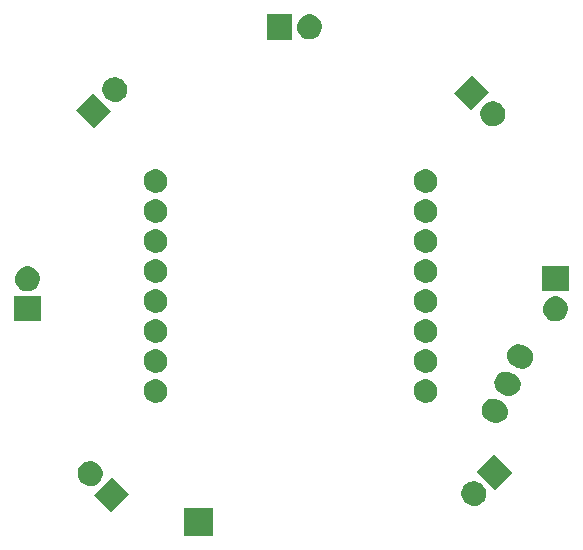
<source format=gbs>
G04 #@! TF.FileFunction,Soldermask,Bot*
%FSLAX46Y46*%
G04 Gerber Fmt 4.6, Leading zero omitted, Abs format (unit mm)*
G04 Created by KiCad (PCBNEW 4.0.4-stable) date Sunday 07 May 2017 'à' 19:16:10*
%MOMM*%
%LPD*%
G01*
G04 APERTURE LIST*
%ADD10C,0.100000*%
G04 APERTURE END LIST*
D10*
G36*
X138119200Y-111219200D02*
X135680800Y-111219200D01*
X135680800Y-108780800D01*
X138119200Y-108780800D01*
X138119200Y-111219200D01*
X138119200Y-111219200D01*
G37*
G36*
X131062542Y-107660645D02*
X129504645Y-109218542D01*
X128017458Y-107731355D01*
X129575355Y-106173458D01*
X131062542Y-107660645D01*
X131062542Y-107660645D01*
G37*
G36*
X160314407Y-106545149D02*
X160516417Y-106586617D01*
X160706539Y-106666536D01*
X160877510Y-106781858D01*
X161022826Y-106928192D01*
X161136950Y-107099963D01*
X161215538Y-107290632D01*
X161255526Y-107492587D01*
X161255526Y-107492592D01*
X161255594Y-107492936D01*
X161252305Y-107728489D01*
X161252228Y-107728827D01*
X161252228Y-107728836D01*
X161206616Y-107929597D01*
X161122737Y-108117993D01*
X161003858Y-108286513D01*
X160854512Y-108428734D01*
X160680387Y-108539238D01*
X160488112Y-108613816D01*
X160285019Y-108649627D01*
X160078833Y-108645308D01*
X159877412Y-108601023D01*
X159688430Y-108518458D01*
X159519089Y-108400763D01*
X159375829Y-108252414D01*
X159264112Y-108079063D01*
X159188192Y-107887310D01*
X159150964Y-107684475D01*
X159153843Y-107478264D01*
X159196722Y-107276539D01*
X159277963Y-107086987D01*
X159394478Y-106916823D01*
X159541822Y-106772533D01*
X159714389Y-106659608D01*
X159905603Y-106582352D01*
X160108176Y-106543710D01*
X160314407Y-106545149D01*
X160314407Y-106545149D01*
G37*
G36*
X163522542Y-105835355D02*
X162035355Y-107322542D01*
X160477458Y-105764645D01*
X161964645Y-104277458D01*
X163522542Y-105835355D01*
X163522542Y-105835355D01*
G37*
G36*
X127854407Y-104849047D02*
X128056417Y-104890515D01*
X128246539Y-104970434D01*
X128417510Y-105085756D01*
X128562826Y-105232090D01*
X128676950Y-105403861D01*
X128755538Y-105594530D01*
X128795526Y-105796485D01*
X128795526Y-105796490D01*
X128795594Y-105796834D01*
X128792305Y-106032387D01*
X128792228Y-106032725D01*
X128792228Y-106032734D01*
X128746616Y-106233495D01*
X128662737Y-106421891D01*
X128543858Y-106590411D01*
X128394512Y-106732632D01*
X128220387Y-106843136D01*
X128028112Y-106917714D01*
X127825019Y-106953525D01*
X127618833Y-106949206D01*
X127417412Y-106904921D01*
X127228430Y-106822356D01*
X127059089Y-106704661D01*
X126915829Y-106556312D01*
X126804112Y-106382961D01*
X126728192Y-106191208D01*
X126690964Y-105988373D01*
X126693843Y-105782162D01*
X126736722Y-105580437D01*
X126817963Y-105390885D01*
X126934478Y-105220721D01*
X127081822Y-105076431D01*
X127254389Y-104963506D01*
X127445603Y-104886250D01*
X127648176Y-104847608D01*
X127854407Y-104849047D01*
X127854407Y-104849047D01*
G37*
G36*
X162087211Y-99595968D02*
X162264890Y-99658539D01*
X162366601Y-99705968D01*
X162550988Y-99791949D01*
X162561245Y-99796820D01*
X162561251Y-99796824D01*
X162563109Y-99797706D01*
X162723896Y-99895851D01*
X162862557Y-100023357D01*
X162973812Y-100175367D01*
X163053422Y-100346093D01*
X163098355Y-100529029D01*
X163106900Y-100717209D01*
X163078731Y-100903466D01*
X163078719Y-100903499D01*
X163078718Y-100903506D01*
X163014924Y-101080700D01*
X162917929Y-101242126D01*
X162917927Y-101242128D01*
X162917902Y-101242170D01*
X162791366Y-101381718D01*
X162640136Y-101494032D01*
X162469971Y-101574832D01*
X162287353Y-101621041D01*
X162099237Y-101630899D01*
X161912789Y-101604031D01*
X161735110Y-101541461D01*
X161505818Y-101434540D01*
X161449012Y-101408051D01*
X161438755Y-101403180D01*
X161438749Y-101403176D01*
X161436891Y-101402294D01*
X161276104Y-101304149D01*
X161137442Y-101176642D01*
X161026188Y-101024633D01*
X160946578Y-100853907D01*
X160901645Y-100670971D01*
X160893100Y-100482790D01*
X160921269Y-100296534D01*
X160921281Y-100296500D01*
X160921282Y-100296495D01*
X160985076Y-100119300D01*
X161082071Y-99957874D01*
X161082073Y-99957872D01*
X161082098Y-99957830D01*
X161208634Y-99818282D01*
X161359864Y-99705968D01*
X161530029Y-99625168D01*
X161712647Y-99578959D01*
X161900763Y-99569101D01*
X162087211Y-99595968D01*
X162087211Y-99595968D01*
G37*
G36*
X133375206Y-97919065D02*
X133567611Y-97958561D01*
X133748694Y-98034681D01*
X133911536Y-98144519D01*
X134049943Y-98283895D01*
X134158640Y-98447500D01*
X134233492Y-98629102D01*
X134271575Y-98821439D01*
X134271575Y-98821444D01*
X134271643Y-98821788D01*
X134268510Y-99046141D01*
X134268433Y-99046479D01*
X134268433Y-99046488D01*
X134224994Y-99237687D01*
X134145103Y-99417126D01*
X134031876Y-99577633D01*
X133889631Y-99713092D01*
X133723785Y-99818341D01*
X133540652Y-99889374D01*
X133347216Y-99923482D01*
X133150832Y-99919368D01*
X132958990Y-99877190D01*
X132778992Y-99798550D01*
X132617702Y-99686451D01*
X132481254Y-99545155D01*
X132374849Y-99380046D01*
X132302538Y-99197410D01*
X132267081Y-99004220D01*
X132269823Y-98807813D01*
X132310663Y-98615679D01*
X132388042Y-98435140D01*
X132499016Y-98273067D01*
X132639354Y-98135637D01*
X132803717Y-98028082D01*
X132985839Y-97954499D01*
X133178781Y-97917694D01*
X133375206Y-97919065D01*
X133375206Y-97919065D01*
G37*
G36*
X156235206Y-97919065D02*
X156427611Y-97958561D01*
X156608694Y-98034681D01*
X156771536Y-98144519D01*
X156909943Y-98283895D01*
X157018640Y-98447500D01*
X157093492Y-98629102D01*
X157131575Y-98821439D01*
X157131575Y-98821444D01*
X157131643Y-98821788D01*
X157128510Y-99046141D01*
X157128433Y-99046479D01*
X157128433Y-99046488D01*
X157084994Y-99237687D01*
X157005103Y-99417126D01*
X156891876Y-99577633D01*
X156749631Y-99713092D01*
X156583785Y-99818341D01*
X156400652Y-99889374D01*
X156207216Y-99923482D01*
X156010832Y-99919368D01*
X155818990Y-99877190D01*
X155638992Y-99798550D01*
X155477702Y-99686451D01*
X155341254Y-99545155D01*
X155234849Y-99380046D01*
X155162538Y-99197410D01*
X155127081Y-99004220D01*
X155129823Y-98807813D01*
X155170663Y-98615679D01*
X155248042Y-98435140D01*
X155359016Y-98273067D01*
X155499354Y-98135637D01*
X155663717Y-98028082D01*
X155845839Y-97954499D01*
X156038781Y-97917694D01*
X156235206Y-97919065D01*
X156235206Y-97919065D01*
G37*
G36*
X163160661Y-97293946D02*
X163338340Y-97356517D01*
X163396166Y-97383482D01*
X163624438Y-97489927D01*
X163634695Y-97494798D01*
X163634701Y-97494802D01*
X163636559Y-97495684D01*
X163797346Y-97593829D01*
X163936007Y-97721335D01*
X164047262Y-97873345D01*
X164126872Y-98044071D01*
X164171805Y-98227007D01*
X164180350Y-98415187D01*
X164152181Y-98601444D01*
X164152169Y-98601477D01*
X164152168Y-98601484D01*
X164088374Y-98778678D01*
X163991379Y-98940104D01*
X163991377Y-98940106D01*
X163991352Y-98940148D01*
X163864816Y-99079696D01*
X163713586Y-99192010D01*
X163543421Y-99272810D01*
X163360803Y-99319019D01*
X163172687Y-99328877D01*
X162986239Y-99302009D01*
X162808560Y-99239439D01*
X162579268Y-99132518D01*
X162522462Y-99106029D01*
X162512205Y-99101158D01*
X162512199Y-99101154D01*
X162510341Y-99100272D01*
X162349554Y-99002127D01*
X162210892Y-98874620D01*
X162099638Y-98722611D01*
X162020028Y-98551885D01*
X161975095Y-98368949D01*
X161966550Y-98180768D01*
X161994719Y-97994512D01*
X161994731Y-97994478D01*
X161994732Y-97994473D01*
X162058526Y-97817278D01*
X162155521Y-97655852D01*
X162155523Y-97655850D01*
X162155548Y-97655808D01*
X162282084Y-97516260D01*
X162433314Y-97403946D01*
X162603479Y-97323146D01*
X162786097Y-97276937D01*
X162974213Y-97267079D01*
X163160661Y-97293946D01*
X163160661Y-97293946D01*
G37*
G36*
X133375206Y-95379065D02*
X133567611Y-95418561D01*
X133748694Y-95494681D01*
X133911536Y-95604519D01*
X134049943Y-95743895D01*
X134158640Y-95907500D01*
X134233492Y-96089102D01*
X134271575Y-96281439D01*
X134271575Y-96281444D01*
X134271643Y-96281788D01*
X134268510Y-96506141D01*
X134268433Y-96506479D01*
X134268433Y-96506488D01*
X134224994Y-96697687D01*
X134145103Y-96877126D01*
X134031876Y-97037633D01*
X133889631Y-97173092D01*
X133723785Y-97278341D01*
X133540652Y-97349374D01*
X133347216Y-97383482D01*
X133150832Y-97379368D01*
X132958990Y-97337190D01*
X132778992Y-97258550D01*
X132617702Y-97146451D01*
X132481254Y-97005155D01*
X132374849Y-96840046D01*
X132302538Y-96657410D01*
X132267081Y-96464220D01*
X132269823Y-96267813D01*
X132310663Y-96075679D01*
X132388042Y-95895140D01*
X132499016Y-95733067D01*
X132639354Y-95595637D01*
X132803717Y-95488082D01*
X132985839Y-95414499D01*
X133178781Y-95377694D01*
X133375206Y-95379065D01*
X133375206Y-95379065D01*
G37*
G36*
X156235206Y-95379065D02*
X156427611Y-95418561D01*
X156608694Y-95494681D01*
X156771536Y-95604519D01*
X156909943Y-95743895D01*
X157018640Y-95907500D01*
X157093492Y-96089102D01*
X157131575Y-96281439D01*
X157131575Y-96281444D01*
X157131643Y-96281788D01*
X157128510Y-96506141D01*
X157128433Y-96506479D01*
X157128433Y-96506488D01*
X157084994Y-96697687D01*
X157005103Y-96877126D01*
X156891876Y-97037633D01*
X156749631Y-97173092D01*
X156583785Y-97278341D01*
X156400652Y-97349374D01*
X156207216Y-97383482D01*
X156010832Y-97379368D01*
X155818990Y-97337190D01*
X155638992Y-97258550D01*
X155477702Y-97146451D01*
X155341254Y-97005155D01*
X155234849Y-96840046D01*
X155162538Y-96657410D01*
X155127081Y-96464220D01*
X155129823Y-96267813D01*
X155170663Y-96075679D01*
X155248042Y-95895140D01*
X155359016Y-95733067D01*
X155499354Y-95595637D01*
X155663717Y-95488082D01*
X155845839Y-95414499D01*
X156038781Y-95377694D01*
X156235206Y-95379065D01*
X156235206Y-95379065D01*
G37*
G36*
X164234112Y-94991924D02*
X164411791Y-95054495D01*
X164513502Y-95101924D01*
X164697889Y-95187905D01*
X164708146Y-95192776D01*
X164708152Y-95192780D01*
X164710010Y-95193662D01*
X164870797Y-95291807D01*
X165009458Y-95419313D01*
X165120713Y-95571323D01*
X165200323Y-95742049D01*
X165245256Y-95924985D01*
X165253801Y-96113165D01*
X165225632Y-96299422D01*
X165225620Y-96299455D01*
X165225619Y-96299462D01*
X165161825Y-96476656D01*
X165064830Y-96638082D01*
X165064828Y-96638084D01*
X165064803Y-96638126D01*
X164938267Y-96777674D01*
X164787037Y-96889988D01*
X164616872Y-96970788D01*
X164434254Y-97016997D01*
X164246138Y-97026855D01*
X164059690Y-96999987D01*
X163882011Y-96937417D01*
X163652719Y-96830496D01*
X163595913Y-96804007D01*
X163585656Y-96799136D01*
X163585650Y-96799132D01*
X163583792Y-96798250D01*
X163423005Y-96700105D01*
X163284343Y-96572598D01*
X163173089Y-96420589D01*
X163093479Y-96249863D01*
X163048546Y-96066927D01*
X163040001Y-95878746D01*
X163068170Y-95692490D01*
X163068182Y-95692456D01*
X163068183Y-95692451D01*
X163131977Y-95515256D01*
X163228972Y-95353830D01*
X163228974Y-95353828D01*
X163228999Y-95353786D01*
X163355535Y-95214238D01*
X163506765Y-95101924D01*
X163676930Y-95021124D01*
X163859548Y-94974915D01*
X164047664Y-94965057D01*
X164234112Y-94991924D01*
X164234112Y-94991924D01*
G37*
G36*
X156235206Y-92839065D02*
X156427611Y-92878561D01*
X156608694Y-92954681D01*
X156771536Y-93064519D01*
X156909943Y-93203895D01*
X157018640Y-93367500D01*
X157093492Y-93549102D01*
X157131575Y-93741439D01*
X157131575Y-93741444D01*
X157131643Y-93741788D01*
X157128510Y-93966141D01*
X157128433Y-93966479D01*
X157128433Y-93966488D01*
X157084994Y-94157687D01*
X157005103Y-94337126D01*
X156891876Y-94497633D01*
X156749631Y-94633092D01*
X156583785Y-94738341D01*
X156400652Y-94809374D01*
X156207216Y-94843482D01*
X156010832Y-94839368D01*
X155818990Y-94797190D01*
X155638992Y-94718550D01*
X155477702Y-94606451D01*
X155341254Y-94465155D01*
X155234849Y-94300046D01*
X155162538Y-94117410D01*
X155127081Y-93924220D01*
X155129823Y-93727813D01*
X155170663Y-93535679D01*
X155248042Y-93355140D01*
X155359016Y-93193067D01*
X155499354Y-93055637D01*
X155663717Y-92948082D01*
X155845839Y-92874499D01*
X156038781Y-92837694D01*
X156235206Y-92839065D01*
X156235206Y-92839065D01*
G37*
G36*
X133375206Y-92839065D02*
X133567611Y-92878561D01*
X133748694Y-92954681D01*
X133911536Y-93064519D01*
X134049943Y-93203895D01*
X134158640Y-93367500D01*
X134233492Y-93549102D01*
X134271575Y-93741439D01*
X134271575Y-93741444D01*
X134271643Y-93741788D01*
X134268510Y-93966141D01*
X134268433Y-93966479D01*
X134268433Y-93966488D01*
X134224994Y-94157687D01*
X134145103Y-94337126D01*
X134031876Y-94497633D01*
X133889631Y-94633092D01*
X133723785Y-94738341D01*
X133540652Y-94809374D01*
X133347216Y-94843482D01*
X133150832Y-94839368D01*
X132958990Y-94797190D01*
X132778992Y-94718550D01*
X132617702Y-94606451D01*
X132481254Y-94465155D01*
X132374849Y-94300046D01*
X132302538Y-94117410D01*
X132267081Y-93924220D01*
X132269823Y-93727813D01*
X132310663Y-93535679D01*
X132388042Y-93355140D01*
X132499016Y-93193067D01*
X132639354Y-93055637D01*
X132803717Y-92948082D01*
X132985839Y-92874499D01*
X133178781Y-92837694D01*
X133375206Y-92839065D01*
X133375206Y-92839065D01*
G37*
G36*
X167242458Y-90897098D02*
X167444468Y-90938566D01*
X167634590Y-91018485D01*
X167805561Y-91133807D01*
X167950877Y-91280141D01*
X168065001Y-91451912D01*
X168143589Y-91642581D01*
X168183577Y-91844536D01*
X168183577Y-91844541D01*
X168183645Y-91844885D01*
X168180356Y-92080438D01*
X168180279Y-92080776D01*
X168180279Y-92080785D01*
X168134667Y-92281546D01*
X168050788Y-92469942D01*
X167931909Y-92638462D01*
X167782563Y-92780683D01*
X167608438Y-92891187D01*
X167416163Y-92965765D01*
X167213070Y-93001576D01*
X167006884Y-92997257D01*
X166805463Y-92952972D01*
X166616481Y-92870407D01*
X166447140Y-92752712D01*
X166303880Y-92604363D01*
X166192163Y-92431012D01*
X166116243Y-92239259D01*
X166079015Y-92036424D01*
X166081894Y-91830213D01*
X166124773Y-91628488D01*
X166206014Y-91438936D01*
X166322529Y-91268772D01*
X166469873Y-91124482D01*
X166642440Y-91011557D01*
X166833654Y-90934301D01*
X167036227Y-90895659D01*
X167242458Y-90897098D01*
X167242458Y-90897098D01*
G37*
G36*
X123529600Y-92999600D02*
X121326400Y-92999600D01*
X121326400Y-90896400D01*
X123529600Y-90896400D01*
X123529600Y-92999600D01*
X123529600Y-92999600D01*
G37*
G36*
X156235206Y-90299065D02*
X156427611Y-90338561D01*
X156608694Y-90414681D01*
X156771536Y-90524519D01*
X156909943Y-90663895D01*
X157018640Y-90827500D01*
X157093492Y-91009102D01*
X157131575Y-91201439D01*
X157131575Y-91201444D01*
X157131643Y-91201788D01*
X157128510Y-91426141D01*
X157128433Y-91426479D01*
X157128433Y-91426488D01*
X157084994Y-91617687D01*
X157005103Y-91797126D01*
X156891876Y-91957633D01*
X156749631Y-92093092D01*
X156583785Y-92198341D01*
X156400652Y-92269374D01*
X156207216Y-92303482D01*
X156010832Y-92299368D01*
X155818990Y-92257190D01*
X155638992Y-92178550D01*
X155477702Y-92066451D01*
X155341254Y-91925155D01*
X155234849Y-91760046D01*
X155162538Y-91577410D01*
X155127081Y-91384220D01*
X155129823Y-91187813D01*
X155170663Y-90995679D01*
X155248042Y-90815140D01*
X155359016Y-90653067D01*
X155499354Y-90515637D01*
X155663717Y-90408082D01*
X155845839Y-90334499D01*
X156038781Y-90297694D01*
X156235206Y-90299065D01*
X156235206Y-90299065D01*
G37*
G36*
X133375206Y-90299065D02*
X133567611Y-90338561D01*
X133748694Y-90414681D01*
X133911536Y-90524519D01*
X134049943Y-90663895D01*
X134158640Y-90827500D01*
X134233492Y-91009102D01*
X134271575Y-91201439D01*
X134271575Y-91201444D01*
X134271643Y-91201788D01*
X134268510Y-91426141D01*
X134268433Y-91426479D01*
X134268433Y-91426488D01*
X134224994Y-91617687D01*
X134145103Y-91797126D01*
X134031876Y-91957633D01*
X133889631Y-92093092D01*
X133723785Y-92198341D01*
X133540652Y-92269374D01*
X133347216Y-92303482D01*
X133150832Y-92299368D01*
X132958990Y-92257190D01*
X132778992Y-92178550D01*
X132617702Y-92066451D01*
X132481254Y-91925155D01*
X132374849Y-91760046D01*
X132302538Y-91577410D01*
X132267081Y-91384220D01*
X132269823Y-91187813D01*
X132310663Y-90995679D01*
X132388042Y-90815140D01*
X132499016Y-90653067D01*
X132639354Y-90515637D01*
X132803717Y-90408082D01*
X132985839Y-90334499D01*
X133178781Y-90297694D01*
X133375206Y-90299065D01*
X133375206Y-90299065D01*
G37*
G36*
X122538458Y-88357098D02*
X122740468Y-88398566D01*
X122930590Y-88478485D01*
X123101561Y-88593807D01*
X123246877Y-88740141D01*
X123361001Y-88911912D01*
X123439589Y-89102581D01*
X123479577Y-89304536D01*
X123479577Y-89304541D01*
X123479645Y-89304885D01*
X123476356Y-89540438D01*
X123476279Y-89540776D01*
X123476279Y-89540785D01*
X123430667Y-89741546D01*
X123346788Y-89929942D01*
X123227909Y-90098462D01*
X123078563Y-90240683D01*
X122904438Y-90351187D01*
X122712163Y-90425765D01*
X122509070Y-90461576D01*
X122302884Y-90457257D01*
X122101463Y-90412972D01*
X121912481Y-90330407D01*
X121743140Y-90212712D01*
X121599880Y-90064363D01*
X121488163Y-89891012D01*
X121412243Y-89699259D01*
X121375015Y-89496424D01*
X121377894Y-89290213D01*
X121420773Y-89088488D01*
X121502014Y-88898936D01*
X121618529Y-88728772D01*
X121765873Y-88584482D01*
X121938440Y-88471557D01*
X122129654Y-88394301D01*
X122332227Y-88355659D01*
X122538458Y-88357098D01*
X122538458Y-88357098D01*
G37*
G36*
X168233600Y-90459600D02*
X166030400Y-90459600D01*
X166030400Y-88356400D01*
X168233600Y-88356400D01*
X168233600Y-90459600D01*
X168233600Y-90459600D01*
G37*
G36*
X156235206Y-87759065D02*
X156427611Y-87798561D01*
X156608694Y-87874681D01*
X156771536Y-87984519D01*
X156909943Y-88123895D01*
X157018640Y-88287500D01*
X157093492Y-88469102D01*
X157131575Y-88661439D01*
X157131575Y-88661444D01*
X157131643Y-88661788D01*
X157128510Y-88886141D01*
X157128433Y-88886479D01*
X157128433Y-88886488D01*
X157084994Y-89077687D01*
X157005103Y-89257126D01*
X156891876Y-89417633D01*
X156749631Y-89553092D01*
X156583785Y-89658341D01*
X156400652Y-89729374D01*
X156207216Y-89763482D01*
X156010832Y-89759368D01*
X155818990Y-89717190D01*
X155638992Y-89638550D01*
X155477702Y-89526451D01*
X155341254Y-89385155D01*
X155234849Y-89220046D01*
X155162538Y-89037410D01*
X155127081Y-88844220D01*
X155129823Y-88647813D01*
X155170663Y-88455679D01*
X155248042Y-88275140D01*
X155359016Y-88113067D01*
X155499354Y-87975637D01*
X155663717Y-87868082D01*
X155845839Y-87794499D01*
X156038781Y-87757694D01*
X156235206Y-87759065D01*
X156235206Y-87759065D01*
G37*
G36*
X133375206Y-87759065D02*
X133567611Y-87798561D01*
X133748694Y-87874681D01*
X133911536Y-87984519D01*
X134049943Y-88123895D01*
X134158640Y-88287500D01*
X134233492Y-88469102D01*
X134271575Y-88661439D01*
X134271575Y-88661444D01*
X134271643Y-88661788D01*
X134268510Y-88886141D01*
X134268433Y-88886479D01*
X134268433Y-88886488D01*
X134224994Y-89077687D01*
X134145103Y-89257126D01*
X134031876Y-89417633D01*
X133889631Y-89553092D01*
X133723785Y-89658341D01*
X133540652Y-89729374D01*
X133347216Y-89763482D01*
X133150832Y-89759368D01*
X132958990Y-89717190D01*
X132778992Y-89638550D01*
X132617702Y-89526451D01*
X132481254Y-89385155D01*
X132374849Y-89220046D01*
X132302538Y-89037410D01*
X132267081Y-88844220D01*
X132269823Y-88647813D01*
X132310663Y-88455679D01*
X132388042Y-88275140D01*
X132499016Y-88113067D01*
X132639354Y-87975637D01*
X132803717Y-87868082D01*
X132985839Y-87794499D01*
X133178781Y-87757694D01*
X133375206Y-87759065D01*
X133375206Y-87759065D01*
G37*
G36*
X133375206Y-85219065D02*
X133567611Y-85258561D01*
X133748694Y-85334681D01*
X133911536Y-85444519D01*
X134049943Y-85583895D01*
X134158640Y-85747500D01*
X134233492Y-85929102D01*
X134271575Y-86121439D01*
X134271575Y-86121444D01*
X134271643Y-86121788D01*
X134268510Y-86346141D01*
X134268433Y-86346479D01*
X134268433Y-86346488D01*
X134224994Y-86537687D01*
X134145103Y-86717126D01*
X134031876Y-86877633D01*
X133889631Y-87013092D01*
X133723785Y-87118341D01*
X133540652Y-87189374D01*
X133347216Y-87223482D01*
X133150832Y-87219368D01*
X132958990Y-87177190D01*
X132778992Y-87098550D01*
X132617702Y-86986451D01*
X132481254Y-86845155D01*
X132374849Y-86680046D01*
X132302538Y-86497410D01*
X132267081Y-86304220D01*
X132269823Y-86107813D01*
X132310663Y-85915679D01*
X132388042Y-85735140D01*
X132499016Y-85573067D01*
X132639354Y-85435637D01*
X132803717Y-85328082D01*
X132985839Y-85254499D01*
X133178781Y-85217694D01*
X133375206Y-85219065D01*
X133375206Y-85219065D01*
G37*
G36*
X156235206Y-85219065D02*
X156427611Y-85258561D01*
X156608694Y-85334681D01*
X156771536Y-85444519D01*
X156909943Y-85583895D01*
X157018640Y-85747500D01*
X157093492Y-85929102D01*
X157131575Y-86121439D01*
X157131575Y-86121444D01*
X157131643Y-86121788D01*
X157128510Y-86346141D01*
X157128433Y-86346479D01*
X157128433Y-86346488D01*
X157084994Y-86537687D01*
X157005103Y-86717126D01*
X156891876Y-86877633D01*
X156749631Y-87013092D01*
X156583785Y-87118341D01*
X156400652Y-87189374D01*
X156207216Y-87223482D01*
X156010832Y-87219368D01*
X155818990Y-87177190D01*
X155638992Y-87098550D01*
X155477702Y-86986451D01*
X155341254Y-86845155D01*
X155234849Y-86680046D01*
X155162538Y-86497410D01*
X155127081Y-86304220D01*
X155129823Y-86107813D01*
X155170663Y-85915679D01*
X155248042Y-85735140D01*
X155359016Y-85573067D01*
X155499354Y-85435637D01*
X155663717Y-85328082D01*
X155845839Y-85254499D01*
X156038781Y-85217694D01*
X156235206Y-85219065D01*
X156235206Y-85219065D01*
G37*
G36*
X156235206Y-82679065D02*
X156427611Y-82718561D01*
X156608694Y-82794681D01*
X156771536Y-82904519D01*
X156909943Y-83043895D01*
X157018640Y-83207500D01*
X157093492Y-83389102D01*
X157131575Y-83581439D01*
X157131575Y-83581444D01*
X157131643Y-83581788D01*
X157128510Y-83806141D01*
X157128433Y-83806479D01*
X157128433Y-83806488D01*
X157084994Y-83997687D01*
X157005103Y-84177126D01*
X156891876Y-84337633D01*
X156749631Y-84473092D01*
X156583785Y-84578341D01*
X156400652Y-84649374D01*
X156207216Y-84683482D01*
X156010832Y-84679368D01*
X155818990Y-84637190D01*
X155638992Y-84558550D01*
X155477702Y-84446451D01*
X155341254Y-84305155D01*
X155234849Y-84140046D01*
X155162538Y-83957410D01*
X155127081Y-83764220D01*
X155129823Y-83567813D01*
X155170663Y-83375679D01*
X155248042Y-83195140D01*
X155359016Y-83033067D01*
X155499354Y-82895637D01*
X155663717Y-82788082D01*
X155845839Y-82714499D01*
X156038781Y-82677694D01*
X156235206Y-82679065D01*
X156235206Y-82679065D01*
G37*
G36*
X133375206Y-82679065D02*
X133567611Y-82718561D01*
X133748694Y-82794681D01*
X133911536Y-82904519D01*
X134049943Y-83043895D01*
X134158640Y-83207500D01*
X134233492Y-83389102D01*
X134271575Y-83581439D01*
X134271575Y-83581444D01*
X134271643Y-83581788D01*
X134268510Y-83806141D01*
X134268433Y-83806479D01*
X134268433Y-83806488D01*
X134224994Y-83997687D01*
X134145103Y-84177126D01*
X134031876Y-84337633D01*
X133889631Y-84473092D01*
X133723785Y-84578341D01*
X133540652Y-84649374D01*
X133347216Y-84683482D01*
X133150832Y-84679368D01*
X132958990Y-84637190D01*
X132778992Y-84558550D01*
X132617702Y-84446451D01*
X132481254Y-84305155D01*
X132374849Y-84140046D01*
X132302538Y-83957410D01*
X132267081Y-83764220D01*
X132269823Y-83567813D01*
X132310663Y-83375679D01*
X132388042Y-83195140D01*
X132499016Y-83033067D01*
X132639354Y-82895637D01*
X132803717Y-82788082D01*
X132985839Y-82714499D01*
X133178781Y-82677694D01*
X133375206Y-82679065D01*
X133375206Y-82679065D01*
G37*
G36*
X156235206Y-80139065D02*
X156427611Y-80178561D01*
X156608694Y-80254681D01*
X156771536Y-80364519D01*
X156909943Y-80503895D01*
X157018640Y-80667500D01*
X157093492Y-80849102D01*
X157131575Y-81041439D01*
X157131575Y-81041444D01*
X157131643Y-81041788D01*
X157128510Y-81266141D01*
X157128433Y-81266479D01*
X157128433Y-81266488D01*
X157084994Y-81457687D01*
X157005103Y-81637126D01*
X156891876Y-81797633D01*
X156749631Y-81933092D01*
X156583785Y-82038341D01*
X156400652Y-82109374D01*
X156207216Y-82143482D01*
X156010832Y-82139368D01*
X155818990Y-82097190D01*
X155638992Y-82018550D01*
X155477702Y-81906451D01*
X155341254Y-81765155D01*
X155234849Y-81600046D01*
X155162538Y-81417410D01*
X155127081Y-81224220D01*
X155129823Y-81027813D01*
X155170663Y-80835679D01*
X155248042Y-80655140D01*
X155359016Y-80493067D01*
X155499354Y-80355637D01*
X155663717Y-80248082D01*
X155845839Y-80174499D01*
X156038781Y-80137694D01*
X156235206Y-80139065D01*
X156235206Y-80139065D01*
G37*
G36*
X133375206Y-80139065D02*
X133567611Y-80178561D01*
X133748694Y-80254681D01*
X133911536Y-80364519D01*
X134049943Y-80503895D01*
X134158640Y-80667500D01*
X134233492Y-80849102D01*
X134271575Y-81041439D01*
X134271575Y-81041444D01*
X134271643Y-81041788D01*
X134268510Y-81266141D01*
X134268433Y-81266479D01*
X134268433Y-81266488D01*
X134224994Y-81457687D01*
X134145103Y-81637126D01*
X134031876Y-81797633D01*
X133889631Y-81933092D01*
X133723785Y-82038341D01*
X133540652Y-82109374D01*
X133347216Y-82143482D01*
X133150832Y-82139368D01*
X132958990Y-82097190D01*
X132778992Y-82018550D01*
X132617702Y-81906451D01*
X132481254Y-81765155D01*
X132374849Y-81600046D01*
X132302538Y-81417410D01*
X132267081Y-81224220D01*
X132269823Y-81027813D01*
X132310663Y-80835679D01*
X132388042Y-80655140D01*
X132499016Y-80493067D01*
X132639354Y-80355637D01*
X132803717Y-80248082D01*
X132985839Y-80174499D01*
X133178781Y-80137694D01*
X133375206Y-80139065D01*
X133375206Y-80139065D01*
G37*
G36*
X129538542Y-75219355D02*
X128051355Y-76706542D01*
X126493458Y-75148645D01*
X127980645Y-73661458D01*
X129538542Y-75219355D01*
X129538542Y-75219355D01*
G37*
G36*
X161926509Y-74405149D02*
X162128519Y-74446617D01*
X162318641Y-74526536D01*
X162489612Y-74641858D01*
X162634928Y-74788192D01*
X162749052Y-74959963D01*
X162827640Y-75150632D01*
X162867628Y-75352587D01*
X162867628Y-75352592D01*
X162867696Y-75352936D01*
X162864407Y-75588489D01*
X162864330Y-75588827D01*
X162864330Y-75588836D01*
X162818718Y-75789597D01*
X162734839Y-75977993D01*
X162615960Y-76146513D01*
X162466614Y-76288734D01*
X162292489Y-76399238D01*
X162100214Y-76473816D01*
X161897121Y-76509627D01*
X161690935Y-76505308D01*
X161489514Y-76461023D01*
X161300532Y-76378458D01*
X161131191Y-76260763D01*
X160987931Y-76112414D01*
X160876214Y-75939063D01*
X160800294Y-75747310D01*
X160763066Y-75544475D01*
X160765945Y-75338264D01*
X160808824Y-75136539D01*
X160890065Y-74946987D01*
X161006580Y-74776823D01*
X161153924Y-74632533D01*
X161326491Y-74519608D01*
X161517705Y-74442352D01*
X161720278Y-74403710D01*
X161926509Y-74405149D01*
X161926509Y-74405149D01*
G37*
G36*
X161542542Y-73624645D02*
X159984645Y-75182542D01*
X158497458Y-73695355D01*
X160055355Y-72137458D01*
X161542542Y-73624645D01*
X161542542Y-73624645D01*
G37*
G36*
X129922509Y-72337047D02*
X130124519Y-72378515D01*
X130314641Y-72458434D01*
X130485612Y-72573756D01*
X130630928Y-72720090D01*
X130745052Y-72891861D01*
X130823640Y-73082530D01*
X130863628Y-73284485D01*
X130863628Y-73284490D01*
X130863696Y-73284834D01*
X130860407Y-73520387D01*
X130860330Y-73520725D01*
X130860330Y-73520734D01*
X130814718Y-73721495D01*
X130730839Y-73909891D01*
X130611960Y-74078411D01*
X130462614Y-74220632D01*
X130288489Y-74331136D01*
X130096214Y-74405714D01*
X129893121Y-74441525D01*
X129686935Y-74437206D01*
X129485514Y-74392921D01*
X129296532Y-74310356D01*
X129127191Y-74192661D01*
X128983931Y-74044312D01*
X128872214Y-73870961D01*
X128796294Y-73679208D01*
X128759066Y-73476373D01*
X128761945Y-73270162D01*
X128804824Y-73068437D01*
X128886065Y-72878885D01*
X129002580Y-72708721D01*
X129149924Y-72564431D01*
X129322491Y-72451506D01*
X129513705Y-72374250D01*
X129716278Y-72335608D01*
X129922509Y-72337047D01*
X129922509Y-72337047D01*
G37*
G36*
X144815600Y-69173600D02*
X142712400Y-69173600D01*
X142712400Y-66970400D01*
X144815600Y-66970400D01*
X144815600Y-69173600D01*
X144815600Y-69173600D01*
G37*
G36*
X146414458Y-67021098D02*
X146616468Y-67062566D01*
X146806590Y-67142485D01*
X146977561Y-67257807D01*
X147122877Y-67404141D01*
X147237001Y-67575912D01*
X147315589Y-67766581D01*
X147355577Y-67968536D01*
X147355577Y-67968541D01*
X147355645Y-67968885D01*
X147352356Y-68204438D01*
X147352279Y-68204776D01*
X147352279Y-68204785D01*
X147306667Y-68405546D01*
X147222788Y-68593942D01*
X147103909Y-68762462D01*
X146954563Y-68904683D01*
X146780438Y-69015187D01*
X146588163Y-69089765D01*
X146385070Y-69125576D01*
X146178884Y-69121257D01*
X145977463Y-69076972D01*
X145788481Y-68994407D01*
X145619140Y-68876712D01*
X145475880Y-68728363D01*
X145364163Y-68555012D01*
X145288243Y-68363259D01*
X145251015Y-68160424D01*
X145253894Y-67954213D01*
X145296773Y-67752488D01*
X145378014Y-67562936D01*
X145494529Y-67392772D01*
X145641873Y-67248482D01*
X145814440Y-67135557D01*
X146005654Y-67058301D01*
X146208227Y-67019659D01*
X146414458Y-67021098D01*
X146414458Y-67021098D01*
G37*
M02*

</source>
